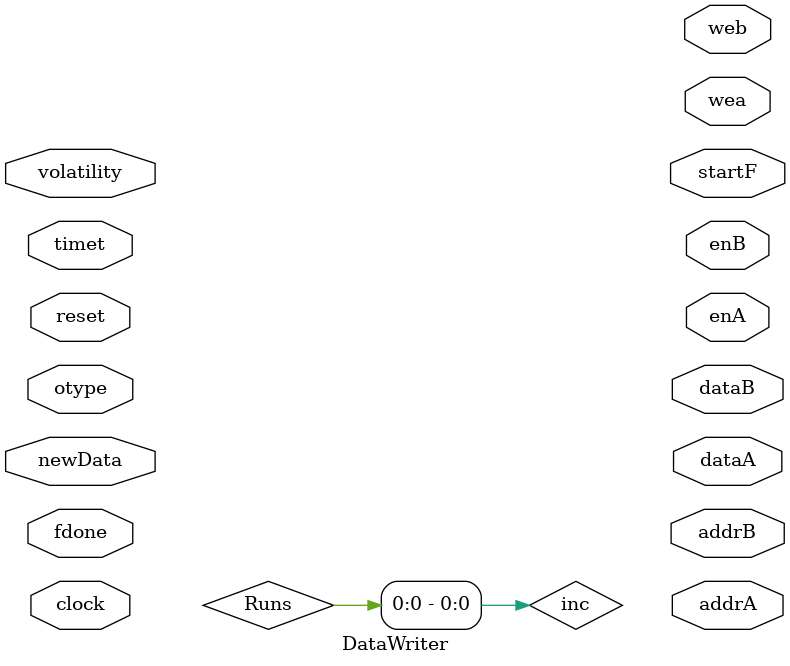
<source format=sv>
`timescale 1ns / 1ps


module DataWriter(
    input logic clock, reset,
    input logic [127:0] newData,
    input logic [31:0] volatility, otype, timet,
    input logic fdone,
    output logic startF,
    output logic enA, enB,
    output logic [3:0] wea,web,
    output logic [31:0] addrA, addrB,
    output logic [31:0] dataA, dataB
    );
    logic clearRuns, incRuns, decRuns, clearDelay, incDelay, decDelay;
    logic [7:0] Runs,Delay;
    assign inc = {24'd0,Runs};
    
    Counter #(8) OptionsRun (clock, reset, clearRuns, incRuns, decRuns, Runs);
    Counter #(8) DelayCount (clock, reset, clearDelay, incDelay, decDelay, Delay);
    
    enum logic [2:0] {NODATA, HASDATA, WAITDATA, WRITE1, WRITE2, WRITE3} currentState,nextState;
    
    always_ff @(posedge clock, posedge reset) begin
        if (reset) begin
            currentState<=NODATA;
        end
        else begin
           currentState<=nextState; 
        end
    end
    always_comb begin
        unique case (currentState)
            NODATA: begin
                
            end
            
            HASDATA: begin
            
            end
            
            WAITDATA: begin
            
            end
        endcase
    end
    
endmodule

</source>
